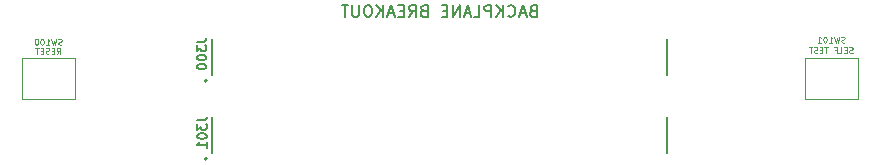
<source format=gbo>
G04 #@! TF.GenerationSoftware,KiCad,Pcbnew,(5.1.10)-1*
G04 #@! TF.CreationDate,2021-12-21T11:04:14-05:00*
G04 #@! TF.ProjectId,backplane,6261636b-706c-4616-9e65-2e6b69636164,A1*
G04 #@! TF.SameCoordinates,Original*
G04 #@! TF.FileFunction,Legend,Bot*
G04 #@! TF.FilePolarity,Positive*
%FSLAX46Y46*%
G04 Gerber Fmt 4.6, Leading zero omitted, Abs format (unit mm)*
G04 Created by KiCad (PCBNEW (5.1.10)-1) date 2021-12-21 11:04:14*
%MOMM*%
%LPD*%
G01*
G04 APERTURE LIST*
%ADD10C,0.150000*%
%ADD11C,0.100000*%
%ADD12C,0.200000*%
%ADD13C,0.120000*%
G04 APERTURE END LIST*
D10*
X105282142Y-161678571D02*
X105139285Y-161726190D01*
X105091666Y-161773809D01*
X105044047Y-161869047D01*
X105044047Y-162011904D01*
X105091666Y-162107142D01*
X105139285Y-162154761D01*
X105234523Y-162202380D01*
X105615476Y-162202380D01*
X105615476Y-161202380D01*
X105282142Y-161202380D01*
X105186904Y-161250000D01*
X105139285Y-161297619D01*
X105091666Y-161392857D01*
X105091666Y-161488095D01*
X105139285Y-161583333D01*
X105186904Y-161630952D01*
X105282142Y-161678571D01*
X105615476Y-161678571D01*
X104663095Y-161916666D02*
X104186904Y-161916666D01*
X104758333Y-162202380D02*
X104425000Y-161202380D01*
X104091666Y-162202380D01*
X103186904Y-162107142D02*
X103234523Y-162154761D01*
X103377380Y-162202380D01*
X103472619Y-162202380D01*
X103615476Y-162154761D01*
X103710714Y-162059523D01*
X103758333Y-161964285D01*
X103805952Y-161773809D01*
X103805952Y-161630952D01*
X103758333Y-161440476D01*
X103710714Y-161345238D01*
X103615476Y-161250000D01*
X103472619Y-161202380D01*
X103377380Y-161202380D01*
X103234523Y-161250000D01*
X103186904Y-161297619D01*
X102758333Y-162202380D02*
X102758333Y-161202380D01*
X102186904Y-162202380D02*
X102615476Y-161630952D01*
X102186904Y-161202380D02*
X102758333Y-161773809D01*
X101758333Y-162202380D02*
X101758333Y-161202380D01*
X101377380Y-161202380D01*
X101282142Y-161250000D01*
X101234523Y-161297619D01*
X101186904Y-161392857D01*
X101186904Y-161535714D01*
X101234523Y-161630952D01*
X101282142Y-161678571D01*
X101377380Y-161726190D01*
X101758333Y-161726190D01*
X100282142Y-162202380D02*
X100758333Y-162202380D01*
X100758333Y-161202380D01*
X99996428Y-161916666D02*
X99520238Y-161916666D01*
X100091666Y-162202380D02*
X99758333Y-161202380D01*
X99425000Y-162202380D01*
X99091666Y-162202380D02*
X99091666Y-161202380D01*
X98520238Y-162202380D01*
X98520238Y-161202380D01*
X98044047Y-161678571D02*
X97710714Y-161678571D01*
X97567857Y-162202380D02*
X98044047Y-162202380D01*
X98044047Y-161202380D01*
X97567857Y-161202380D01*
X96044047Y-161678571D02*
X95901190Y-161726190D01*
X95853571Y-161773809D01*
X95805952Y-161869047D01*
X95805952Y-162011904D01*
X95853571Y-162107142D01*
X95901190Y-162154761D01*
X95996428Y-162202380D01*
X96377380Y-162202380D01*
X96377380Y-161202380D01*
X96044047Y-161202380D01*
X95948809Y-161250000D01*
X95901190Y-161297619D01*
X95853571Y-161392857D01*
X95853571Y-161488095D01*
X95901190Y-161583333D01*
X95948809Y-161630952D01*
X96044047Y-161678571D01*
X96377380Y-161678571D01*
X94805952Y-162202380D02*
X95139285Y-161726190D01*
X95377380Y-162202380D02*
X95377380Y-161202380D01*
X94996428Y-161202380D01*
X94901190Y-161250000D01*
X94853571Y-161297619D01*
X94805952Y-161392857D01*
X94805952Y-161535714D01*
X94853571Y-161630952D01*
X94901190Y-161678571D01*
X94996428Y-161726190D01*
X95377380Y-161726190D01*
X94377380Y-161678571D02*
X94044047Y-161678571D01*
X93901190Y-162202380D02*
X94377380Y-162202380D01*
X94377380Y-161202380D01*
X93901190Y-161202380D01*
X93520238Y-161916666D02*
X93044047Y-161916666D01*
X93615476Y-162202380D02*
X93282142Y-161202380D01*
X92948809Y-162202380D01*
X92615476Y-162202380D02*
X92615476Y-161202380D01*
X92044047Y-162202380D02*
X92472619Y-161630952D01*
X92044047Y-161202380D02*
X92615476Y-161773809D01*
X91425000Y-161202380D02*
X91234523Y-161202380D01*
X91139285Y-161250000D01*
X91044047Y-161345238D01*
X90996428Y-161535714D01*
X90996428Y-161869047D01*
X91044047Y-162059523D01*
X91139285Y-162154761D01*
X91234523Y-162202380D01*
X91425000Y-162202380D01*
X91520238Y-162154761D01*
X91615476Y-162059523D01*
X91663095Y-161869047D01*
X91663095Y-161535714D01*
X91615476Y-161345238D01*
X91520238Y-161250000D01*
X91425000Y-161202380D01*
X90567857Y-161202380D02*
X90567857Y-162011904D01*
X90520238Y-162107142D01*
X90472619Y-162154761D01*
X90377380Y-162202380D01*
X90186904Y-162202380D01*
X90091666Y-162154761D01*
X90044047Y-162107142D01*
X89996428Y-162011904D01*
X89996428Y-161202380D01*
X89663095Y-161202380D02*
X89091666Y-161202380D01*
X89377380Y-162202380D02*
X89377380Y-161202380D01*
D11*
X132357428Y-165236380D02*
X132286000Y-165260190D01*
X132166952Y-165260190D01*
X132119333Y-165236380D01*
X132095523Y-165212571D01*
X132071714Y-165164952D01*
X132071714Y-165117333D01*
X132095523Y-165069714D01*
X132119333Y-165045904D01*
X132166952Y-165022095D01*
X132262190Y-164998285D01*
X132309809Y-164974476D01*
X132333619Y-164950666D01*
X132357428Y-164903047D01*
X132357428Y-164855428D01*
X132333619Y-164807809D01*
X132309809Y-164784000D01*
X132262190Y-164760190D01*
X132143142Y-164760190D01*
X132071714Y-164784000D01*
X131857428Y-164998285D02*
X131690761Y-164998285D01*
X131619333Y-165260190D02*
X131857428Y-165260190D01*
X131857428Y-164760190D01*
X131619333Y-164760190D01*
X131166952Y-165260190D02*
X131405047Y-165260190D01*
X131405047Y-164760190D01*
X130833619Y-164998285D02*
X131000285Y-164998285D01*
X131000285Y-165260190D02*
X131000285Y-164760190D01*
X130762190Y-164760190D01*
X130262190Y-164760190D02*
X129976476Y-164760190D01*
X130119333Y-165260190D02*
X130119333Y-164760190D01*
X129809809Y-164998285D02*
X129643142Y-164998285D01*
X129571714Y-165260190D02*
X129809809Y-165260190D01*
X129809809Y-164760190D01*
X129571714Y-164760190D01*
X129381238Y-165236380D02*
X129309809Y-165260190D01*
X129190761Y-165260190D01*
X129143142Y-165236380D01*
X129119333Y-165212571D01*
X129095523Y-165164952D01*
X129095523Y-165117333D01*
X129119333Y-165069714D01*
X129143142Y-165045904D01*
X129190761Y-165022095D01*
X129286000Y-164998285D01*
X129333619Y-164974476D01*
X129357428Y-164950666D01*
X129381238Y-164903047D01*
X129381238Y-164855428D01*
X129357428Y-164807809D01*
X129333619Y-164784000D01*
X129286000Y-164760190D01*
X129166952Y-164760190D01*
X129095523Y-164784000D01*
X128952666Y-164760190D02*
X128666952Y-164760190D01*
X128809809Y-165260190D02*
X128809809Y-164760190D01*
X64988190Y-165326190D02*
X65154857Y-165088095D01*
X65273904Y-165326190D02*
X65273904Y-164826190D01*
X65083428Y-164826190D01*
X65035809Y-164850000D01*
X65012000Y-164873809D01*
X64988190Y-164921428D01*
X64988190Y-164992857D01*
X65012000Y-165040476D01*
X65035809Y-165064285D01*
X65083428Y-165088095D01*
X65273904Y-165088095D01*
X64773904Y-165064285D02*
X64607238Y-165064285D01*
X64535809Y-165326190D02*
X64773904Y-165326190D01*
X64773904Y-164826190D01*
X64535809Y-164826190D01*
X64345333Y-165302380D02*
X64273904Y-165326190D01*
X64154857Y-165326190D01*
X64107238Y-165302380D01*
X64083428Y-165278571D01*
X64059619Y-165230952D01*
X64059619Y-165183333D01*
X64083428Y-165135714D01*
X64107238Y-165111904D01*
X64154857Y-165088095D01*
X64250095Y-165064285D01*
X64297714Y-165040476D01*
X64321523Y-165016666D01*
X64345333Y-164969047D01*
X64345333Y-164921428D01*
X64321523Y-164873809D01*
X64297714Y-164850000D01*
X64250095Y-164826190D01*
X64131047Y-164826190D01*
X64059619Y-164850000D01*
X63845333Y-165064285D02*
X63678666Y-165064285D01*
X63607238Y-165326190D02*
X63845333Y-165326190D01*
X63845333Y-164826190D01*
X63607238Y-164826190D01*
X63464380Y-164826190D02*
X63178666Y-164826190D01*
X63321523Y-165326190D02*
X63321523Y-164826190D01*
D12*
X78144000Y-170687000D02*
X78144000Y-173737000D01*
X116674000Y-170687000D02*
X116674000Y-173737000D01*
X77679000Y-174212000D02*
G75*
G03*
X77679000Y-174212000I-100000J0D01*
G01*
X78144000Y-164083000D02*
X78144000Y-167133000D01*
X116674000Y-164083000D02*
X116674000Y-167133000D01*
X77679000Y-167608000D02*
G75*
G03*
X77679000Y-167608000I-100000J0D01*
G01*
D13*
X128309000Y-165645000D02*
X128309000Y-169145000D01*
X128309000Y-169145000D02*
X132809000Y-169145000D01*
X128309000Y-165645000D02*
X132809000Y-165645000D01*
X132809000Y-165645000D02*
X132809000Y-169145000D01*
X62009000Y-165645000D02*
X62009000Y-169145000D01*
X62009000Y-169145000D02*
X66509000Y-169145000D01*
X62009000Y-165645000D02*
X66509000Y-165645000D01*
X66509000Y-165645000D02*
X66509000Y-169145000D01*
D10*
X76861904Y-170971428D02*
X77433333Y-170971428D01*
X77547619Y-170933333D01*
X77623809Y-170857142D01*
X77661904Y-170742857D01*
X77661904Y-170666666D01*
X76861904Y-171276190D02*
X76861904Y-171771428D01*
X77166666Y-171504761D01*
X77166666Y-171619047D01*
X77204761Y-171695238D01*
X77242857Y-171733333D01*
X77319047Y-171771428D01*
X77509523Y-171771428D01*
X77585714Y-171733333D01*
X77623809Y-171695238D01*
X77661904Y-171619047D01*
X77661904Y-171390476D01*
X77623809Y-171314285D01*
X77585714Y-171276190D01*
X76861904Y-172266666D02*
X76861904Y-172342857D01*
X76900000Y-172419047D01*
X76938095Y-172457142D01*
X77014285Y-172495238D01*
X77166666Y-172533333D01*
X77357142Y-172533333D01*
X77509523Y-172495238D01*
X77585714Y-172457142D01*
X77623809Y-172419047D01*
X77661904Y-172342857D01*
X77661904Y-172266666D01*
X77623809Y-172190476D01*
X77585714Y-172152380D01*
X77509523Y-172114285D01*
X77357142Y-172076190D01*
X77166666Y-172076190D01*
X77014285Y-172114285D01*
X76938095Y-172152380D01*
X76900000Y-172190476D01*
X76861904Y-172266666D01*
X77661904Y-173295238D02*
X77661904Y-172838095D01*
X77661904Y-173066666D02*
X76861904Y-173066666D01*
X76976190Y-172990476D01*
X77052380Y-172914285D01*
X77090476Y-172838095D01*
X76836904Y-164296428D02*
X77408333Y-164296428D01*
X77522619Y-164258333D01*
X77598809Y-164182142D01*
X77636904Y-164067857D01*
X77636904Y-163991666D01*
X76836904Y-164601190D02*
X76836904Y-165096428D01*
X77141666Y-164829761D01*
X77141666Y-164944047D01*
X77179761Y-165020238D01*
X77217857Y-165058333D01*
X77294047Y-165096428D01*
X77484523Y-165096428D01*
X77560714Y-165058333D01*
X77598809Y-165020238D01*
X77636904Y-164944047D01*
X77636904Y-164715476D01*
X77598809Y-164639285D01*
X77560714Y-164601190D01*
X76836904Y-165591666D02*
X76836904Y-165667857D01*
X76875000Y-165744047D01*
X76913095Y-165782142D01*
X76989285Y-165820238D01*
X77141666Y-165858333D01*
X77332142Y-165858333D01*
X77484523Y-165820238D01*
X77560714Y-165782142D01*
X77598809Y-165744047D01*
X77636904Y-165667857D01*
X77636904Y-165591666D01*
X77598809Y-165515476D01*
X77560714Y-165477380D01*
X77484523Y-165439285D01*
X77332142Y-165401190D01*
X77141666Y-165401190D01*
X76989285Y-165439285D01*
X76913095Y-165477380D01*
X76875000Y-165515476D01*
X76836904Y-165591666D01*
X76836904Y-166353571D02*
X76836904Y-166429761D01*
X76875000Y-166505952D01*
X76913095Y-166544047D01*
X76989285Y-166582142D01*
X77141666Y-166620238D01*
X77332142Y-166620238D01*
X77484523Y-166582142D01*
X77560714Y-166544047D01*
X77598809Y-166505952D01*
X77636904Y-166429761D01*
X77636904Y-166353571D01*
X77598809Y-166277380D01*
X77560714Y-166239285D01*
X77484523Y-166201190D01*
X77332142Y-166163095D01*
X77141666Y-166163095D01*
X76989285Y-166201190D01*
X76913095Y-166239285D01*
X76875000Y-166277380D01*
X76836904Y-166353571D01*
D11*
X131698857Y-164349880D02*
X131627428Y-164373690D01*
X131508380Y-164373690D01*
X131460761Y-164349880D01*
X131436952Y-164326071D01*
X131413142Y-164278452D01*
X131413142Y-164230833D01*
X131436952Y-164183214D01*
X131460761Y-164159404D01*
X131508380Y-164135595D01*
X131603619Y-164111785D01*
X131651238Y-164087976D01*
X131675047Y-164064166D01*
X131698857Y-164016547D01*
X131698857Y-163968928D01*
X131675047Y-163921309D01*
X131651238Y-163897500D01*
X131603619Y-163873690D01*
X131484571Y-163873690D01*
X131413142Y-163897500D01*
X131246476Y-163873690D02*
X131127428Y-164373690D01*
X131032190Y-164016547D01*
X130936952Y-164373690D01*
X130817904Y-163873690D01*
X130365523Y-164373690D02*
X130651238Y-164373690D01*
X130508380Y-164373690D02*
X130508380Y-163873690D01*
X130556000Y-163945119D01*
X130603619Y-163992738D01*
X130651238Y-164016547D01*
X130056000Y-163873690D02*
X130008380Y-163873690D01*
X129960761Y-163897500D01*
X129936952Y-163921309D01*
X129913142Y-163968928D01*
X129889333Y-164064166D01*
X129889333Y-164183214D01*
X129913142Y-164278452D01*
X129936952Y-164326071D01*
X129960761Y-164349880D01*
X130008380Y-164373690D01*
X130056000Y-164373690D01*
X130103619Y-164349880D01*
X130127428Y-164326071D01*
X130151238Y-164278452D01*
X130175047Y-164183214D01*
X130175047Y-164064166D01*
X130151238Y-163968928D01*
X130127428Y-163921309D01*
X130103619Y-163897500D01*
X130056000Y-163873690D01*
X129413142Y-164373690D02*
X129698857Y-164373690D01*
X129556000Y-164373690D02*
X129556000Y-163873690D01*
X129603619Y-163945119D01*
X129651238Y-163992738D01*
X129698857Y-164016547D01*
X65404857Y-164540380D02*
X65333428Y-164564190D01*
X65214380Y-164564190D01*
X65166761Y-164540380D01*
X65142952Y-164516571D01*
X65119142Y-164468952D01*
X65119142Y-164421333D01*
X65142952Y-164373714D01*
X65166761Y-164349904D01*
X65214380Y-164326095D01*
X65309619Y-164302285D01*
X65357238Y-164278476D01*
X65381047Y-164254666D01*
X65404857Y-164207047D01*
X65404857Y-164159428D01*
X65381047Y-164111809D01*
X65357238Y-164088000D01*
X65309619Y-164064190D01*
X65190571Y-164064190D01*
X65119142Y-164088000D01*
X64952476Y-164064190D02*
X64833428Y-164564190D01*
X64738190Y-164207047D01*
X64642952Y-164564190D01*
X64523904Y-164064190D01*
X64071523Y-164564190D02*
X64357238Y-164564190D01*
X64214380Y-164564190D02*
X64214380Y-164064190D01*
X64262000Y-164135619D01*
X64309619Y-164183238D01*
X64357238Y-164207047D01*
X63762000Y-164064190D02*
X63714380Y-164064190D01*
X63666761Y-164088000D01*
X63642952Y-164111809D01*
X63619142Y-164159428D01*
X63595333Y-164254666D01*
X63595333Y-164373714D01*
X63619142Y-164468952D01*
X63642952Y-164516571D01*
X63666761Y-164540380D01*
X63714380Y-164564190D01*
X63762000Y-164564190D01*
X63809619Y-164540380D01*
X63833428Y-164516571D01*
X63857238Y-164468952D01*
X63881047Y-164373714D01*
X63881047Y-164254666D01*
X63857238Y-164159428D01*
X63833428Y-164111809D01*
X63809619Y-164088000D01*
X63762000Y-164064190D01*
X63285809Y-164064190D02*
X63238190Y-164064190D01*
X63190571Y-164088000D01*
X63166761Y-164111809D01*
X63142952Y-164159428D01*
X63119142Y-164254666D01*
X63119142Y-164373714D01*
X63142952Y-164468952D01*
X63166761Y-164516571D01*
X63190571Y-164540380D01*
X63238190Y-164564190D01*
X63285809Y-164564190D01*
X63333428Y-164540380D01*
X63357238Y-164516571D01*
X63381047Y-164468952D01*
X63404857Y-164373714D01*
X63404857Y-164254666D01*
X63381047Y-164159428D01*
X63357238Y-164111809D01*
X63333428Y-164088000D01*
X63285809Y-164064190D01*
M02*

</source>
